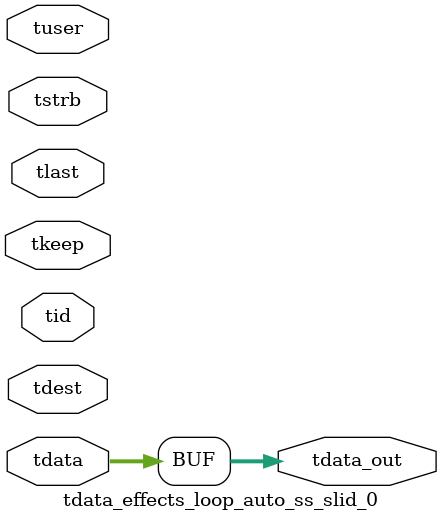
<source format=v>


`timescale 1ps/1ps

module tdata_effects_loop_auto_ss_slid_0 #
(
parameter C_S_AXIS_TDATA_WIDTH = 32,
parameter C_S_AXIS_TUSER_WIDTH = 0,
parameter C_S_AXIS_TID_WIDTH   = 0,
parameter C_S_AXIS_TDEST_WIDTH = 0,
parameter C_M_AXIS_TDATA_WIDTH = 32
)
(
input  [(C_S_AXIS_TDATA_WIDTH == 0 ? 1 : C_S_AXIS_TDATA_WIDTH)-1:0     ] tdata,
input  [(C_S_AXIS_TUSER_WIDTH == 0 ? 1 : C_S_AXIS_TUSER_WIDTH)-1:0     ] tuser,
input  [(C_S_AXIS_TID_WIDTH   == 0 ? 1 : C_S_AXIS_TID_WIDTH)-1:0       ] tid,
input  [(C_S_AXIS_TDEST_WIDTH == 0 ? 1 : C_S_AXIS_TDEST_WIDTH)-1:0     ] tdest,
input  [(C_S_AXIS_TDATA_WIDTH/8)-1:0 ] tkeep,
input  [(C_S_AXIS_TDATA_WIDTH/8)-1:0 ] tstrb,
input                                                                    tlast,
output [C_M_AXIS_TDATA_WIDTH-1:0] tdata_out
);

assign tdata_out = {tdata[63:0]};

endmodule


</source>
